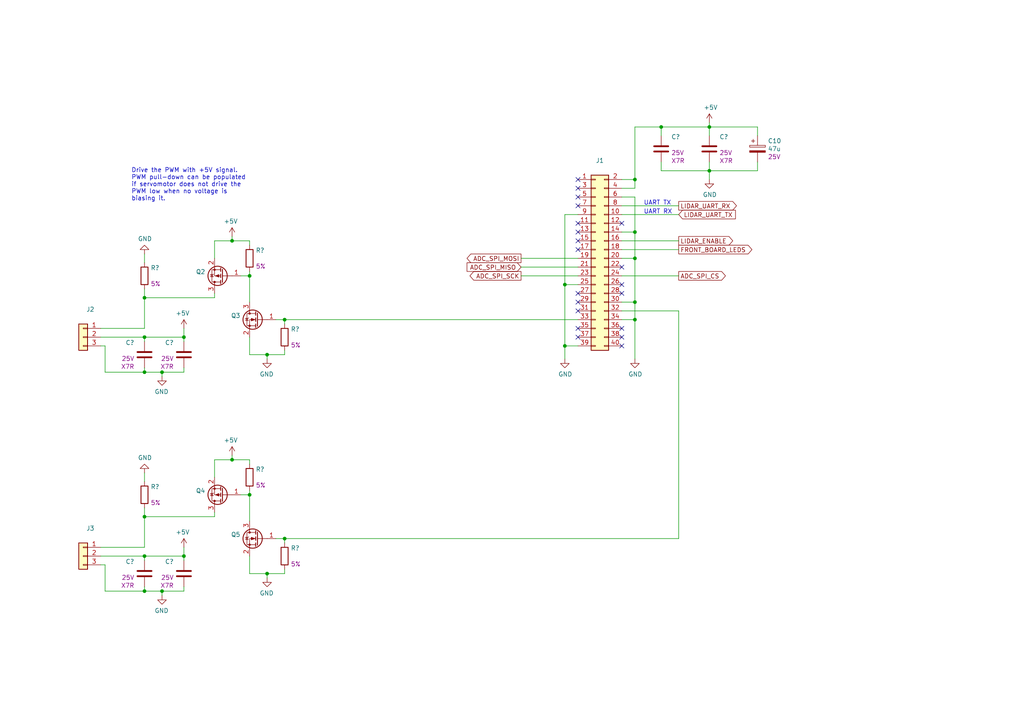
<source format=kicad_sch>
(kicad_sch (version 20211123) (generator eeschema)
  (paper "A4")
  (title_block (title "Raspberry Pi") (date "2021-02-05") (rev "1.1") (company "Cyclope robot by Adrien RICCIARDI"))
  (lib_symbols
    (symbol "Connector_Generic:Conn_01x03" (pin_names (offset 1.016) hide)
      (property "Reference" "J" (at 0 5.08 0))
      (property "Value" "Conn_01x03" (at 0 -5.08 0))
      (symbol "Conn_01x03_1_1"
        (rectangle (start -1.27 -2.413) (end 0 -2.667) (stroke (width 0.1524)))
        (rectangle (start -1.27 0.127) (end 0 -0.127) (stroke (width 0.1524)))
        (rectangle (start -1.27 2.667) (end 0 2.413) (stroke (width 0.1524)))
        (rectangle (start -1.27 3.81) (end 1.27 -3.81) (stroke (width 0.254)) (fill (type background)))
        (pin passive line (at -5.08 2.54 0) (length 3.81) (name "Pin_1") (number "1"))
        (pin passive line (at -5.08 0 0) (length 3.81) (name "Pin_2") (number "2"))
        (pin passive line (at -5.08 -2.54 0) (length 3.81) (name "Pin_3") (number "3"))
      )
    )
    (symbol "Connector_Generic:Conn_02x20_Odd_Even" (pin_names (offset 1.016) hide)
      (property "Reference" "J" (at 1.27 25.4 0))
      (property "Value" "Conn_02x20_Odd_Even" (at 1.27 -27.94 0))
      (symbol "Conn_02x20_Odd_Even_1_1"
        (rectangle (start -1.27 -25.273) (end 0 -25.527) (stroke (width 0.1524)))
        (rectangle (start -1.27 -22.733) (end 0 -22.987) (stroke (width 0.1524)))
        (rectangle (start -1.27 -20.193) (end 0 -20.447) (stroke (width 0.1524)))
        (rectangle (start -1.27 -17.653) (end 0 -17.907) (stroke (width 0.1524)))
        (rectangle (start -1.27 -15.113) (end 0 -15.367) (stroke (width 0.1524)))
        (rectangle (start -1.27 -12.573) (end 0 -12.827) (stroke (width 0.1524)))
        (rectangle (start -1.27 -10.033) (end 0 -10.287) (stroke (width 0.1524)))
        (rectangle (start -1.27 -7.493) (end 0 -7.747) (stroke (width 0.1524)))
        (rectangle (start -1.27 -4.953) (end 0 -5.207) (stroke (width 0.1524)))
        (rectangle (start -1.27 -2.413) (end 0 -2.667) (stroke (width 0.1524)))
        (rectangle (start -1.27 0.127) (end 0 -0.127) (stroke (width 0.1524)))
        (rectangle (start -1.27 2.667) (end 0 2.413) (stroke (width 0.1524)))
        (rectangle (start -1.27 5.207) (end 0 4.953) (stroke (width 0.1524)))
        (rectangle (start -1.27 7.747) (end 0 7.493) (stroke (width 0.1524)))
        (rectangle (start -1.27 10.287) (end 0 10.033) (stroke (width 0.1524)))
        (rectangle (start -1.27 12.827) (end 0 12.573) (stroke (width 0.1524)))
        (rectangle (start -1.27 15.367) (end 0 15.113) (stroke (width 0.1524)))
        (rectangle (start -1.27 17.907) (end 0 17.653) (stroke (width 0.1524)))
        (rectangle (start -1.27 20.447) (end 0 20.193) (stroke (width 0.1524)))
        (rectangle (start -1.27 22.987) (end 0 22.733) (stroke (width 0.1524)))
        (rectangle (start -1.27 24.13) (end 3.81 -26.67) (stroke (width 0.254)) (fill (type background)))
        (rectangle (start 3.81 -25.273) (end 2.54 -25.527) (stroke (width 0.1524)))
        (rectangle (start 3.81 -22.733) (end 2.54 -22.987) (stroke (width 0.1524)))
        (rectangle (start 3.81 -20.193) (end 2.54 -20.447) (stroke (width 0.1524)))
        (rectangle (start 3.81 -17.653) (end 2.54 -17.907) (stroke (width 0.1524)))
        (rectangle (start 3.81 -15.113) (end 2.54 -15.367) (stroke (width 0.1524)))
        (rectangle (start 3.81 -12.573) (end 2.54 -12.827) (stroke (width 0.1524)))
        (rectangle (start 3.81 -10.033) (end 2.54 -10.287) (stroke (width 0.1524)))
        (rectangle (start 3.81 -7.493) (end 2.54 -7.747) (stroke (width 0.1524)))
        (rectangle (start 3.81 -4.953) (end 2.54 -5.207) (stroke (width 0.1524)))
        (rectangle (start 3.81 -2.413) (end 2.54 -2.667) (stroke (width 0.1524)))
        (rectangle (start 3.81 0.127) (end 2.54 -0.127) (stroke (width 0.1524)))
        (rectangle (start 3.81 2.667) (end 2.54 2.413) (stroke (width 0.1524)))
        (rectangle (start 3.81 5.207) (end 2.54 4.953) (stroke (width 0.1524)))
        (rectangle (start 3.81 7.747) (end 2.54 7.493) (stroke (width 0.1524)))
        (rectangle (start 3.81 10.287) (end 2.54 10.033) (stroke (width 0.1524)))
        (rectangle (start 3.81 12.827) (end 2.54 12.573) (stroke (width 0.1524)))
        (rectangle (start 3.81 15.367) (end 2.54 15.113) (stroke (width 0.1524)))
        (rectangle (start 3.81 17.907) (end 2.54 17.653) (stroke (width 0.1524)))
        (rectangle (start 3.81 20.447) (end 2.54 20.193) (stroke (width 0.1524)))
        (rectangle (start 3.81 22.987) (end 2.54 22.733) (stroke (width 0.1524)))
        (pin passive line (at -5.08 22.86 0) (length 3.81) (name "Pin_1") (number "1"))
        (pin passive line (at 7.62 12.7 180) (length 3.81) (name "Pin_10") (number "10"))
        (pin passive line (at -5.08 10.16 0) (length 3.81) (name "Pin_11") (number "11"))
        (pin passive line (at 7.62 10.16 180) (length 3.81) (name "Pin_12") (number "12"))
        (pin passive line (at -5.08 7.62 0) (length 3.81) (name "Pin_13") (number "13"))
        (pin passive line (at 7.62 7.62 180) (length 3.81) (name "Pin_14") (number "14"))
        (pin passive line (at -5.08 5.08 0) (length 3.81) (name "Pin_15") (number "15"))
        (pin passive line (at 7.62 5.08 180) (length 3.81) (name "Pin_16") (number "16"))
        (pin passive line (at -5.08 2.54 0) (length 3.81) (name "Pin_17") (number "17"))
        (pin passive line (at 7.62 2.54 180) (length 3.81) (name "Pin_18") (number "18"))
        (pin passive line (at -5.08 0 0) (length 3.81) (name "Pin_19") (number "19"))
        (pin passive line (at 7.62 22.86 180) (length 3.81) (name "Pin_2") (number "2"))
        (pin passive line (at 7.62 0 180) (length 3.81) (name "Pin_20") (number "20"))
        (pin passive line (at -5.08 -2.54 0) (length 3.81) (name "Pin_21") (number "21"))
        (pin passive line (at 7.62 -2.54 180) (length 3.81) (name "Pin_22") (number "22"))
        (pin passive line (at -5.08 -5.08 0) (length 3.81) (name "Pin_23") (number "23"))
        (pin passive line (at 7.62 -5.08 180) (length 3.81) (name "Pin_24") (number "24"))
        (pin passive line (at -5.08 -7.62 0) (length 3.81) (name "Pin_25") (number "25"))
        (pin passive line (at 7.62 -7.62 180) (length 3.81) (name "Pin_26") (number "26"))
        (pin passive line (at -5.08 -10.16 0) (length 3.81) (name "Pin_27") (number "27"))
        (pin passive line (at 7.62 -10.16 180) (length 3.81) (name "Pin_28") (number "28"))
        (pin passive line (at -5.08 -12.7 0) (length 3.81) (name "Pin_29") (number "29"))
        (pin passive line (at -5.08 20.32 0) (length 3.81) (name "Pin_3") (number "3"))
        (pin passive line (at 7.62 -12.7 180) (length 3.81) (name "Pin_30") (number "30"))
        (pin passive line (at -5.08 -15.24 0) (length 3.81) (name "Pin_31") (number "31"))
        (pin passive line (at 7.62 -15.24 180) (length 3.81) (name "Pin_32") (number "32"))
        (pin passive line (at -5.08 -17.78 0) (length 3.81) (name "Pin_33") (number "33"))
        (pin passive line (at 7.62 -17.78 180) (length 3.81) (name "Pin_34") (number "34"))
        (pin passive line (at -5.08 -20.32 0) (length 3.81) (name "Pin_35") (number "35"))
        (pin passive line (at 7.62 -20.32 180) (length 3.81) (name "Pin_36") (number "36"))
        (pin passive line (at -5.08 -22.86 0) (length 3.81) (name "Pin_37") (number "37"))
        (pin passive line (at 7.62 -22.86 180) (length 3.81) (name "Pin_38") (number "38"))
        (pin passive line (at -5.08 -25.4 0) (length 3.81) (name "Pin_39") (number "39"))
        (pin passive line (at 7.62 20.32 180) (length 3.81) (name "Pin_4") (number "4"))
        (pin passive line (at 7.62 -25.4 180) (length 3.81) (name "Pin_40") (number "40"))
        (pin passive line (at -5.08 17.78 0) (length 3.81) (name "Pin_5") (number "5"))
        (pin passive line (at 7.62 17.78 180) (length 3.81) (name "Pin_6") (number "6"))
        (pin passive line (at -5.08 15.24 0) (length 3.81) (name "Pin_7") (number "7"))
        (pin passive line (at 7.62 15.24 180) (length 3.81) (name "Pin_8") (number "8"))
        (pin passive line (at -5.08 12.7 0) (length 3.81) (name "Pin_9") (number "9"))
      )
    )
    (symbol "Device:C" (pin_numbers hide) (pin_names (offset 0.254))
      (property "Reference" "C" (at 0.635 2.54 0))
      (property "Value" "C" (at 0.635 -2.54 0))
      (symbol "C_0_1"
        (polyline (pts (xy -2.032 -0.762) (xy 2.032 -0.762)) (stroke (width 0.508)))
        (polyline (pts (xy -2.032 0.762) (xy 2.032 0.762)) (stroke (width 0.508)))
      )
      (symbol "C_1_1"
        (pin passive line (at 0 3.81 270) (length 2.794) (name "~") (number "1"))
        (pin passive line (at 0 -3.81 90) (length 2.794) (name "~") (number "2"))
      )
    )
    (symbol "Device:C_Polarized" (pin_numbers hide) (pin_names (offset 0.254))
      (property "Reference" "C" (at 0.635 2.54 0))
      (property "Value" "C_Polarized" (at 0.635 -2.54 0))
      (symbol "C_Polarized_0_1"
        (rectangle (start -2.286 0.508) (end 2.286 1.016))
        (polyline (pts (xy -1.778 2.286) (xy -0.762 2.286)))
        (polyline (pts (xy -1.27 2.794) (xy -1.27 1.778)))
        (rectangle (start 2.286 -0.508) (end -2.286 -1.016) (fill (type outline)))
      )
      (symbol "C_Polarized_1_1"
        (pin passive line (at 0 3.81 270) (length 2.794) (name "~") (number "1"))
        (pin passive line (at 0 -3.81 90) (length 2.794) (name "~") (number "2"))
      )
    )
    (symbol "Device:R" (pin_numbers hide) (pin_names (offset 0))
      (property "Reference" "R" (at 2.032 0 90))
      (property "Value" "R" (at 0 0 90))
      (symbol "R_0_1"
        (rectangle (start -1.016 -2.54) (end 1.016 2.54) (stroke (width 0.254)))
      )
      (symbol "R_1_1"
        (pin passive line (at 0 3.81 270) (length 1.27) (name "~") (number "1"))
        (pin passive line (at 0 -3.81 90) (length 1.27) (name "~") (number "2"))
      )
    )
    (symbol "Transistor_FET:DMG2301L" (pin_names hide)
      (property "Reference" "Q" (at 5.08 1.905 0))
      (property "Value" "DMG2301L" (at 5.08 0 0))
      (symbol "DMG2301L_0_1"
        (polyline (pts (xy 0.254 0) (xy -2.54 0)))
        (polyline (pts (xy 0.254 1.905) (xy 0.254 -1.905)) (stroke (width 0.254)))
        (polyline (pts (xy 0.762 -1.27) (xy 0.762 -2.286)) (stroke (width 0.254)))
        (polyline (pts (xy 0.762 0.508) (xy 0.762 -0.508)) (stroke (width 0.254)))
        (polyline (pts (xy 0.762 2.286) (xy 0.762 1.27)) (stroke (width 0.254)))
        (polyline (pts (xy 2.54 2.54) (xy 2.54 1.778)))
        (polyline (pts (xy 2.54 -2.54) (xy 2.54 0) (xy 0.762 0)))
        (polyline (pts (xy 0.762 1.778) (xy 3.302 1.778) (xy 3.302 -1.778) (xy 0.762 -1.778)))
        (polyline (pts (xy 2.286 0) (xy 1.27 0.381) (xy 1.27 -0.381) (xy 2.286 0)) (fill (type outline)))
        (polyline (pts (xy 2.794 -0.508) (xy 2.921 -0.381) (xy 3.683 -0.381) (xy 3.81 -0.254)))
        (polyline (pts (xy 3.302 -0.381) (xy 2.921 0.254) (xy 3.683 0.254) (xy 3.302 -0.381)))
        (circle (center 1.651 0) (radius 2.794) (stroke (width 0.254)))
        (circle (center 2.54 -1.778) (radius 0.254) (fill (type outline)))
        (circle (center 2.54 1.778) (radius 0.254) (fill (type outline)))
      )
      (symbol "DMG2301L_1_1"
        (pin input line (at -5.08 0 0) (length 2.54) (name "G") (number "1"))
        (pin passive line (at 2.54 -5.08 90) (length 2.54) (name "S") (number "2"))
        (pin passive line (at 2.54 5.08 270) (length 2.54) (name "D") (number "3"))
      )
    )
    (symbol "Transistor_FET:DMG3414U" (pin_names hide)
      (property "Reference" "Q" (at 5.08 1.905 0))
      (property "Value" "DMG3414U" (at 5.08 0 0))
      (symbol "DMG3414U_0_1"
        (polyline (pts (xy 0.254 0) (xy -2.54 0)))
        (polyline (pts (xy 0.254 1.905) (xy 0.254 -1.905)) (stroke (width 0.254)))
        (polyline (pts (xy 0.762 -1.27) (xy 0.762 -2.286)) (stroke (width 0.254)))
        (polyline (pts (xy 0.762 0.508) (xy 0.762 -0.508)) (stroke (width 0.254)))
        (polyline (pts (xy 0.762 2.286) (xy 0.762 1.27)) (stroke (width 0.254)))
        (polyline (pts (xy 2.54 2.54) (xy 2.54 1.778)))
        (polyline (pts (xy 2.54 -2.54) (xy 2.54 0) (xy 0.762 0)))
        (polyline (pts (xy 0.762 -1.778) (xy 3.302 -1.778) (xy 3.302 1.778) (xy 0.762 1.778)))
        (polyline (pts (xy 1.016 0) (xy 2.032 0.381) (xy 2.032 -0.381) (xy 1.016 0)) (fill (type outline)))
        (polyline (pts (xy 2.794 0.508) (xy 2.921 0.381) (xy 3.683 0.381) (xy 3.81 0.254)))
        (polyline (pts (xy 3.302 0.381) (xy 2.921 -0.254) (xy 3.683 -0.254) (xy 3.302 0.381)))
        (circle (center 1.651 0) (radius 2.794) (stroke (width 0.254)))
        (circle (center 2.54 -1.778) (radius 0.254) (fill (type outline)))
        (circle (center 2.54 1.778) (radius 0.254) (fill (type outline)))
      )
      (symbol "DMG3414U_1_1"
        (pin input line (at -5.08 0 0) (length 2.54) (name "G") (number "1"))
        (pin passive line (at 2.54 -5.08 90) (length 2.54) (name "S") (number "2"))
        (pin passive line (at 2.54 5.08 270) (length 2.54) (name "D") (number "3"))
      )
    )
    (symbol "power:+5V" (power) (pin_names (offset 0))
      (property "Value" "+5V" (at 0 3.556 0))
      (symbol "+5V_0_1"
        (polyline (pts (xy -0.762 1.27) (xy 0 2.54)))
        (polyline (pts (xy 0 0) (xy 0 2.54)))
        (polyline (pts (xy 0 2.54) (xy 0.762 1.27)))
      )
      (symbol "+5V_1_1"
        (pin power_in line (at 0 0 90) (length 0) hide (name "+5V") (number "1"))
      )
    )
    (symbol "power:GND" (power) (pin_names (offset 0))
      (property "Value" "GND" (at 0 -3.81 0))
      (symbol "GND_0_1"
        (polyline (pts (xy 0 0) (xy 0 -1.27) (xy 1.27 -1.27) (xy 0 -2.54) (xy -1.27 -1.27) (xy 0 -1.27)))
      )
      (symbol "GND_1_1"
        (pin power_in line (at 0 0 270) (length 0) hide (name "GND") (number "1"))
      )
    )
  )
  (junction (at 205.74 36.83))
  (junction (at 72.39 80.01))
  (junction (at 82.55 156.21))
  (junction (at 163.83 82.55))
  (junction (at 77.47 166.37))
  (junction (at 41.91 97.79))
  (junction (at 82.55 92.71))
  (junction (at 191.77 36.83))
  (junction (at 41.91 171.45))
  (junction (at 53.34 161.29))
  (junction (at 184.15 74.93))
  (junction (at 41.91 149.86))
  (junction (at 77.47 102.87))
  (junction (at 67.31 133.35))
  (junction (at 72.39 143.51))
  (junction (at 184.15 52.07))
  (junction (at 46.99 107.95))
  (junction (at 163.83 100.33))
  (junction (at 41.91 161.29))
  (junction (at 41.91 86.36))
  (junction (at 205.74 49.53))
  (junction (at 184.15 67.31))
  (junction (at 67.31 69.85))
  (junction (at 184.15 92.71))
  (junction (at 46.99 171.45))
  (junction (at 53.34 97.79))
  (junction (at 41.91 107.95))
  (junction (at 184.15 87.63))
  (no_connect (at 167.64 90.17))
  (no_connect (at 167.64 69.85))
  (no_connect (at 167.64 67.31))
  (no_connect (at 167.64 85.09))
  (no_connect (at 167.64 57.15))
  (no_connect (at 167.64 59.69))
  (no_connect (at 167.64 54.61))
  (no_connect (at 167.64 95.25))
  (no_connect (at 167.64 52.07))
  (no_connect (at 167.64 72.39))
  (no_connect (at 180.34 100.33))
  (no_connect (at 167.64 97.79))
  (no_connect (at 167.64 87.63))
  (no_connect (at 167.64 64.77))
  (no_connect (at 180.34 95.25))
  (no_connect (at 180.34 97.79))
  (no_connect (at 180.34 82.55))
  (no_connect (at 180.34 64.77))
  (no_connect (at 180.34 85.09))
  (no_connect (at 180.34 77.47))
  (wire (pts (xy 82.55 156.21) (xy 82.55 157.48)))
  (wire (pts (xy 180.34 54.61) (xy 184.15 54.61)))
  (wire (pts (xy 191.77 36.83) (xy 205.74 36.83)))
  (wire (pts (xy 180.34 59.69) (xy 196.85 59.69)))
  (wire (pts (xy 163.83 100.33) (xy 163.83 104.14)))
  (wire (pts (xy 53.34 95.25) (xy 53.34 97.79)))
  (wire (pts (xy 46.99 107.95) (xy 41.91 107.95)))
  (wire (pts (xy 53.34 161.29) (xy 53.34 162.56)))
  (wire (pts (xy 205.74 52.07) (xy 205.74 49.53)))
  (wire (pts (xy 53.34 161.29) (xy 41.91 161.29)))
  (wire (pts (xy 53.34 171.45) (xy 46.99 171.45)))
  (wire (pts (xy 41.91 161.29) (xy 29.21 161.29)))
  (wire (pts (xy 180.34 92.71) (xy 184.15 92.71)))
  (wire (pts (xy 72.39 80.01) (xy 72.39 87.63)))
  (wire (pts (xy 184.15 92.71) (xy 184.15 104.14)))
  (wire (pts (xy 167.64 62.23) (xy 163.83 62.23)))
  (wire (pts (xy 30.48 171.45) (xy 30.48 163.83)))
  (wire (pts (xy 72.39 97.79) (xy 72.39 102.87)))
  (wire (pts (xy 82.55 156.21) (xy 196.85 156.21)))
  (wire (pts (xy 77.47 102.87) (xy 72.39 102.87)))
  (wire (pts (xy 53.34 107.95) (xy 46.99 107.95)))
  (wire (pts (xy 67.31 132.08) (xy 67.31 133.35)))
  (wire (pts (xy 41.91 171.45) (xy 30.48 171.45)))
  (wire (pts (xy 205.74 36.83) (xy 205.74 39.37)))
  (wire (pts (xy 53.34 158.75) (xy 53.34 161.29)))
  (wire (pts (xy 205.74 36.83) (xy 219.71 36.83)))
  (wire (pts (xy 180.34 90.17) (xy 196.85 90.17)))
  (wire (pts (xy 205.74 49.53) (xy 219.71 49.53)))
  (wire (pts (xy 72.39 80.01) (xy 72.39 78.74)))
  (wire (pts (xy 77.47 166.37) (xy 77.47 167.64)))
  (wire (pts (xy 191.77 46.99) (xy 191.77 49.53)))
  (wire (pts (xy 180.34 57.15) (xy 184.15 57.15)))
  (wire (pts (xy 62.23 85.09) (xy 62.23 86.36)))
  (wire (pts (xy 80.01 156.21) (xy 82.55 156.21)))
  (wire (pts (xy 82.55 101.6) (xy 82.55 102.87)))
  (wire (pts (xy 41.91 83.82) (xy 41.91 86.36)))
  (wire (pts (xy 205.74 49.53) (xy 205.74 46.99)))
  (wire (pts (xy 196.85 62.23) (xy 180.34 62.23)))
  (wire (pts (xy 180.34 74.93) (xy 184.15 74.93)))
  (wire (pts (xy 82.55 92.71) (xy 82.55 93.98)))
  (wire (pts (xy 46.99 171.45) (xy 41.91 171.45)))
  (wire (pts (xy 30.48 107.95) (xy 30.48 100.33)))
  (wire (pts (xy 77.47 102.87) (xy 77.47 104.14)))
  (wire (pts (xy 191.77 49.53) (xy 205.74 49.53)))
  (wire (pts (xy 69.85 143.51) (xy 72.39 143.51)))
  (wire (pts (xy 41.91 161.29) (xy 41.91 162.56)))
  (wire (pts (xy 30.48 163.83) (xy 29.21 163.83)))
  (wire (pts (xy 184.15 57.15) (xy 184.15 67.31)))
  (wire (pts (xy 46.99 107.95) (xy 46.99 109.22)))
  (wire (pts (xy 82.55 102.87) (xy 77.47 102.87)))
  (wire (pts (xy 80.01 92.71) (xy 82.55 92.71)))
  (wire (pts (xy 72.39 69.85) (xy 72.39 71.12)))
  (wire (pts (xy 167.64 80.01) (xy 151.13 80.01)))
  (wire (pts (xy 41.91 86.36) (xy 41.91 95.25)))
  (wire (pts (xy 62.23 133.35) (xy 62.23 138.43)))
  (wire (pts (xy 62.23 86.36) (xy 41.91 86.36)))
  (wire (pts (xy 82.55 92.71) (xy 167.64 92.71)))
  (wire (pts (xy 67.31 69.85) (xy 62.23 69.85)))
  (wire (pts (xy 167.64 82.55) (xy 163.83 82.55)))
  (wire (pts (xy 196.85 72.39) (xy 180.34 72.39)))
  (wire (pts (xy 77.47 166.37) (xy 72.39 166.37)))
  (wire (pts (xy 41.91 107.95) (xy 41.91 106.68)))
  (wire (pts (xy 167.64 74.93) (xy 151.13 74.93)))
  (wire (pts (xy 67.31 68.58) (xy 67.31 69.85)))
  (wire (pts (xy 72.39 143.51) (xy 72.39 142.24)))
  (wire (pts (xy 46.99 171.45) (xy 46.99 172.72)))
  (wire (pts (xy 67.31 133.35) (xy 62.23 133.35)))
  (wire (pts (xy 180.34 67.31) (xy 184.15 67.31)))
  (wire (pts (xy 53.34 97.79) (xy 41.91 97.79)))
  (wire (pts (xy 62.23 148.59) (xy 62.23 149.86)))
  (wire (pts (xy 167.64 100.33) (xy 163.83 100.33)))
  (wire (pts (xy 219.71 49.53) (xy 219.71 46.99)))
  (wire (pts (xy 62.23 149.86) (xy 41.91 149.86)))
  (wire (pts (xy 72.39 161.29) (xy 72.39 166.37)))
  (wire (pts (xy 72.39 133.35) (xy 72.39 134.62)))
  (wire (pts (xy 53.34 97.79) (xy 53.34 99.06)))
  (wire (pts (xy 191.77 36.83) (xy 191.77 39.37)))
  (wire (pts (xy 41.91 149.86) (xy 41.91 158.75)))
  (wire (pts (xy 184.15 54.61) (xy 184.15 52.07)))
  (wire (pts (xy 163.83 82.55) (xy 163.83 100.33)))
  (wire (pts (xy 82.55 165.1) (xy 82.55 166.37)))
  (wire (pts (xy 41.91 95.25) (xy 29.21 95.25)))
  (wire (pts (xy 184.15 36.83) (xy 191.77 36.83)))
  (wire (pts (xy 72.39 143.51) (xy 72.39 151.13)))
  (wire (pts (xy 184.15 87.63) (xy 184.15 92.71)))
  (wire (pts (xy 180.34 87.63) (xy 184.15 87.63)))
  (wire (pts (xy 41.91 73.66) (xy 41.91 76.2)))
  (wire (pts (xy 167.64 77.47) (xy 151.13 77.47)))
  (wire (pts (xy 69.85 80.01) (xy 72.39 80.01)))
  (wire (pts (xy 53.34 106.68) (xy 53.34 107.95)))
  (wire (pts (xy 163.83 62.23) (xy 163.83 82.55)))
  (wire (pts (xy 41.91 158.75) (xy 29.21 158.75)))
  (wire (pts (xy 219.71 36.83) (xy 219.71 39.37)))
  (wire (pts (xy 67.31 133.35) (xy 72.39 133.35)))
  (wire (pts (xy 184.15 67.31) (xy 184.15 74.93)))
  (wire (pts (xy 53.34 170.18) (xy 53.34 171.45)))
  (wire (pts (xy 30.48 100.33) (xy 29.21 100.33)))
  (wire (pts (xy 67.31 69.85) (xy 72.39 69.85)))
  (wire (pts (xy 180.34 69.85) (xy 196.85 69.85)))
  (wire (pts (xy 41.91 137.16) (xy 41.91 139.7)))
  (wire (pts (xy 196.85 80.01) (xy 180.34 80.01)))
  (wire (pts (xy 41.91 97.79) (xy 41.91 99.06)))
  (wire (pts (xy 41.91 97.79) (xy 29.21 97.79)))
  (wire (pts (xy 205.74 35.56) (xy 205.74 36.83)))
  (wire (pts (xy 62.23 69.85) (xy 62.23 74.93)))
  (wire (pts (xy 180.34 52.07) (xy 184.15 52.07)))
  (wire (pts (xy 82.55 166.37) (xy 77.47 166.37)))
  (wire (pts (xy 41.91 171.45) (xy 41.91 170.18)))
  (wire (pts (xy 184.15 74.93) (xy 184.15 87.63)))
  (wire (pts (xy 184.15 36.83) (xy 184.15 52.07)))
  (wire (pts (xy 41.91 147.32) (xy 41.91 149.86)))
  (wire (pts (xy 41.91 107.95) (xy 30.48 107.95)))
  (wire (pts (xy 196.85 156.21) (xy 196.85 90.17)))
  (text "UART RX" (at 186.69 62.23 0) (effects (font (size 1.27 1.27)) (justify left bottom)))
  (text "UART TX" (at 186.69 59.69 0) (effects (font (size 1.27 1.27)) (justify left bottom)))
  (text "Drive the PWM with +5V signal.\nPWM pull-down can be populated\nif servomotor does not drive the\nPWM low when no voltage is\nbiasing it." (at 38.1 58.42 0) (effects (font (size 1.27 1.27)) (justify left bottom)))
  (global_label "FRONT_BOARD_LEDS" (shape output) (at 196.85 72.39 0) (property "Références Inter-Feuilles" "${INTERSHEET_REFS}" (effects hide)))
  (global_label "LIDAR_UART_TX" (shape input) (at 196.85 62.23 0) (property "Références Inter-Feuilles" "${INTERSHEET_REFS}" (effects hide)))
  (global_label "LIDAR_ENABLE" (shape output) (at 196.85 69.85 0) (property "Références Inter-Feuilles" "${INTERSHEET_REFS}" (effects hide)))
  (global_label "ADC_SPI_MISO" (shape input) (at 151.13 77.47 180) (property "Références Inter-Feuilles" "${INTERSHEET_REFS}" (effects hide)))
  (global_label "ADC_SPI_CS" (shape output) (at 196.85 80.01 0) (property "Références Inter-Feuilles" "${INTERSHEET_REFS}" (effects hide)))
  (global_label "LIDAR_UART_RX" (shape output) (at 196.85 59.69 0) (property "Références Inter-Feuilles" "${INTERSHEET_REFS}" (effects hide)))
  (global_label "ADC_SPI_SCK" (shape output) (at 151.13 80.01 180) (property "Références Inter-Feuilles" "${INTERSHEET_REFS}" (effects hide)))
  (global_label "ADC_SPI_MOSI" (shape output) (at 151.13 74.93 180) (property "Références Inter-Feuilles" "${INTERSHEET_REFS}" (effects hide)))
  (symbol (lib_id "Transistor_FET:DMG3414U") (at 74.93 92.71 0) (mirror y) (unit 1)
    (property "Reference" "Q3" (at 69.7484 91.5416 0) (effects (justify left)))
    (property "Datasheet" "http://www.diodes.com/assets/Datasheets/ds31739.pdf" (effects hide))
  )
  (symbol (lib_id "Connector_Generic:Conn_01x03") (at 24.13 161.29 0) (mirror y) (unit 1)
    (property "Reference" "J3" (at 26.2128 153.2382 0))
  )
  (symbol (lib_id "Connector_Generic:Conn_02x20_Odd_Even") (at 172.72 74.93 0) (unit 1)
    (property "Reference" "J1" (at 173.99 46.5582 0))
  )
  (symbol (lib_id "Device:C") (at 191.77 43.18 180) (unit 1)
    (property "Reference" "C?" (at 194.691 39.7002 0) (effects (justify right)))
    (property "Value2" "25V" (at 194.691 44.323 0) (effects (justify right)))
    (property "Value3" "X7R" (at 194.691 46.6344 0) (effects (justify right)))
  )
  (symbol (lib_id "Device:C") (at 205.74 43.18 180) (unit 1)
    (property "Reference" "C?" (at 208.661 39.7002 0) (effects (justify right)))
    (property "Value2" "25V" (at 208.661 44.323 0) (effects (justify right)))
    (property "Value3" "X7R" (at 208.661 46.6344 0) (effects (justify right)))
  )
  (symbol (lib_id "Device:C_Polarized") (at 219.71 43.18 0) (unit 1)
    (property "Reference" "C10" (at 222.7072 40.8686 0) (effects (justify left)))
    (property "Value" "47u" (at 222.7072 43.18 0) (effects (justify left)))
    (property "Footprint" "Capacitor_SMD:CP_Elec_5x5.4" (effects hide))
    (property "Value2" "25V" (at 222.7072 45.4914 0) (effects (justify left)))
    (property "Value3" "MCVVT016M470DA1L" (effects hide))
  )
  (symbol (lib_id "power:+5V") (at 205.74 35.56 0) (unit 1)
    (property "Reference" "#PWR05" (effects hide))
  )
  (symbol (lib_id "power:GND") (at 46.99 172.72 0) (mirror y) (unit 1)
    (property "Reference" "#PWR017" (effects hide))
  )
  (symbol (lib_id "power:GND") (at 205.74 52.07 0) (unit 1)
    (property "Reference" "#PWR06" (effects hide))
  )
  (symbol (lib_id "power:GND") (at 184.15 104.14 0) (unit 1)
    (property "Reference" "#PWR08" (effects hide))
  )
  (symbol (lib_id "power:GND") (at 163.83 104.14 0) (unit 1)
    (property "Reference" "#PWR07" (effects hide))
  )
  (symbol (lib_id "Device:C") (at 41.91 166.37 0) (mirror x) (unit 1)
    (property "Reference" "C?" (at 38.989 162.8902 0) (effects (justify right)))
    (property "Value2" "25V" (at 38.989 167.513 0) (effects (justify right)))
    (property "Value3" "X7R" (at 38.989 169.8244 0) (effects (justify right)))
  )
  (symbol (lib_id "Device:R") (at 72.39 74.93 0) (unit 1)
    (property "Reference" "R?" (at 74.168 72.6186 0) (effects (justify left)))
    (property "Value2" "5%" (at 74.168 77.2414 0) (effects (justify left)))
  )
  (symbol (lib_id "Device:C") (at 53.34 166.37 0) (mirror x) (unit 1)
    (property "Reference" "C?" (at 50.419 162.8902 0) (effects (justify right)))
    (property "Value2" "25V" (at 50.419 167.513 0) (effects (justify right)))
    (property "Value3" "X7R" (at 50.419 169.8244 0) (effects (justify right)))
  )
  (symbol (lib_id "Transistor_FET:DMG2301L") (at 64.77 80.01 180) (unit 1)
    (property "Reference" "Q2" (at 59.563 78.8416 0) (effects (justify left)))
    (property "Datasheet" "https://www.diodes.com/assets/Datasheets/DMG2301L.pdf" (effects hide))
  )
  (symbol (lib_id "power:+5V") (at 53.34 158.75 0) (mirror y) (unit 1)
    (property "Reference" "#PWR015" (effects hide))
  )
  (symbol (lib_id "power:GND") (at 46.99 109.22 0) (mirror y) (unit 1)
    (property "Reference" "#PWR016" (effects hide))
  )
  (symbol (lib_id "Connector_Generic:Conn_01x03") (at 24.13 97.79 0) (mirror y) (unit 1)
    (property "Reference" "J2" (at 26.2128 89.7382 0))
  )
  (symbol (lib_id "Device:C") (at 41.91 102.87 0) (mirror x) (unit 1)
    (property "Reference" "C?" (at 38.989 99.3902 0) (effects (justify right)))
    (property "Value2" "25V" (at 38.989 104.013 0) (effects (justify right)))
    (property "Value3" "X7R" (at 38.989 106.3244 0) (effects (justify right)))
  )
  (symbol (lib_id "Device:C") (at 53.34 102.87 0) (mirror x) (unit 1)
    (property "Reference" "C?" (at 50.419 99.3902 0) (effects (justify right)))
    (property "Value2" "25V" (at 50.419 104.013 0) (effects (justify right)))
    (property "Value3" "X7R" (at 50.419 106.3244 0) (effects (justify right)))
  )
  (symbol (lib_id "power:+5V") (at 53.34 95.25 0) (mirror y) (unit 1)
    (property "Reference" "#PWR014" (effects hide))
  )
  (symbol (lib_id "power:+5V") (at 67.31 68.58 0) (mirror y) (unit 1)
    (property "Reference" "#PWR020" (effects hide))
  )
  (symbol (lib_id "power:GND") (at 77.47 104.14 0) (mirror y) (unit 1)
    (property "Reference" "#PWR022" (effects hide))
  )
  (symbol (lib_id "Device:R") (at 82.55 97.79 0) (unit 1)
    (property "Reference" "R?" (at 84.328 95.4786 0) (effects (justify left)))
    (property "Value2" "5%" (at 84.328 100.1014 0) (effects (justify left)))
  )
  (symbol (lib_id "Device:R") (at 41.91 80.01 0) (unit 1)
    (property "Reference" "R?" (at 43.688 77.6986 0) (effects (justify left)))
    (property "Value2" "5%" (at 43.688 82.3214 0) (effects (justify left)))
  )
  (symbol (lib_id "power:GND") (at 41.91 73.66 0) (mirror x) (unit 1)
    (property "Reference" "#PWR021" (effects hide))
  )
  (symbol (lib_id "Transistor_FET:DMG3414U") (at 74.93 156.21 0) (mirror y) (unit 1)
    (property "Reference" "Q5" (at 69.7484 155.0416 0) (effects (justify left)))
    (property "Datasheet" "http://www.diodes.com/assets/Datasheets/ds31739.pdf" (effects hide))
  )
  (symbol (lib_id "Device:R") (at 72.39 138.43 0) (unit 1)
    (property "Reference" "R?" (at 74.168 136.1186 0) (effects (justify left)))
    (property "Value2" "5%" (at 74.168 140.7414 0) (effects (justify left)))
  )
  (symbol (lib_id "Transistor_FET:DMG2301L") (at 64.77 143.51 180) (unit 1)
    (property "Reference" "Q4" (at 59.563 142.3416 0) (effects (justify left)))
    (property "Datasheet" "https://www.diodes.com/assets/Datasheets/DMG2301L.pdf" (effects hide))
  )
  (symbol (lib_id "power:+5V") (at 67.31 132.08 0) (mirror y) (unit 1)
    (property "Reference" "#PWR023" (effects hide))
  )
  (symbol (lib_id "Device:R") (at 41.91 143.51 0) (unit 1)
    (property "Reference" "R?" (at 43.688 141.1986 0) (effects (justify left)))
    (property "Value2" "5%" (at 43.688 145.8214 0) (effects (justify left)))
  )
  (symbol (lib_id "power:GND") (at 41.91 137.16 0) (mirror x) (unit 1)
    (property "Reference" "#PWR024" (effects hide))
  )
  (symbol (lib_id "power:GND") (at 77.47 167.64 0) (mirror y) (unit 1)
    (property "Reference" "#PWR025" (effects hide))
  )
  (symbol (lib_id "Device:R") (at 82.55 161.29 0) (unit 1)
    (property "Reference" "R?" (at 84.328 158.9786 0) (effects (justify left)))
    (property "Value2" "5%" (at 84.328 163.6014 0) (effects (justify left)))
  )
)
</source>
